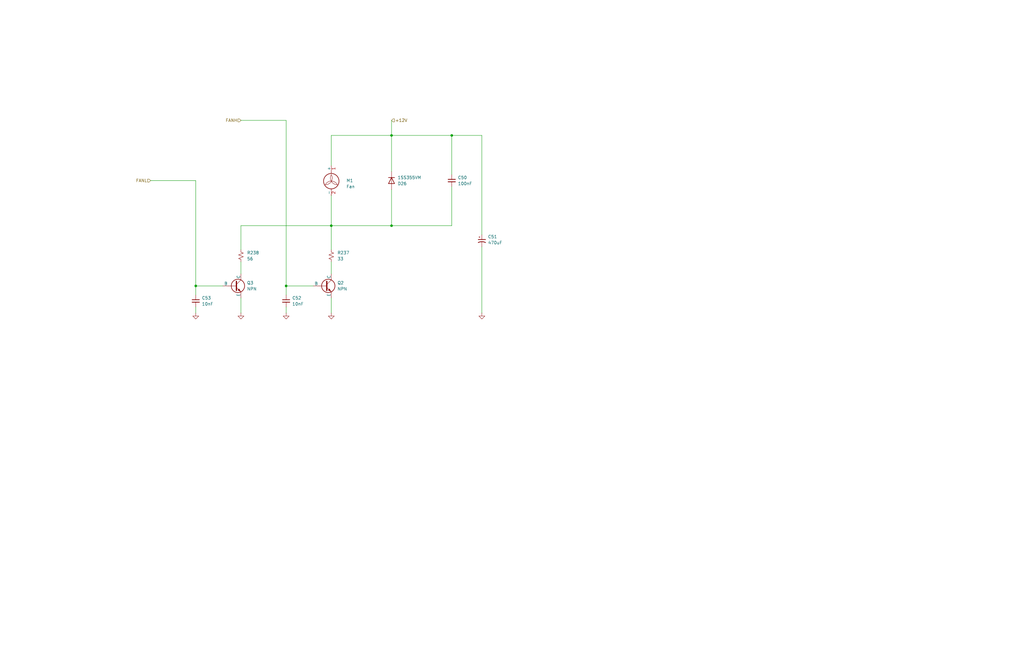
<source format=kicad_sch>
(kicad_sch (version 20250114) (generator "eeschema") (generator_version "9.0")
  (paper "B")
  (lib_symbols
    (symbol "Device:C_Polarized_Small_US" (pin_numbers (hide yes)) (pin_names (offset 0.254) (hide yes))
      (property "Reference" "C" (at 0.254 1.778 0))
      (property "Value" "C_Polarized_Small_US" (at 0.254 -2.032 0))
      (symbol "C_Polarized_Small_US_0_1"
        (polyline (pts (xy -1.524 0.508) (xy 1.524 0.508)) (stroke (width 0.3048)))
        (polyline (pts (xy -1.27 1.524) (xy -0.762 1.524)))
        (polyline (pts (xy -1.016 1.27) (xy -1.016 1.778)))
        (arc (start -1.524 -0.762) (mid 0 -0.3734) (end 1.524 -0.762) (stroke (width 0.3048)))
      )
      (symbol "C_Polarized_Small_US_1_1"
        (pin passive line (at 0 2.54 270) (length 2.032) (name "~") (number "1"))
        (pin passive line (at 0 -2.54 90) (length 2.032) (name "~") (number "2"))
      )
    )
    (symbol "Device:C_Small" (pin_numbers (hide yes)) (pin_names (offset 0.254) (hide yes))
      (property "Reference" "C" (at 0.254 1.778 0))
      (property "Value" "C_Small" (at 0.254 -2.032 0))
      (symbol "C_Small_0_1"
        (polyline (pts (xy -1.524 0.508) (xy 1.524 0.508)) (stroke (width 0.3048)))
        (polyline (pts (xy -1.524 -0.508) (xy 1.524 -0.508)) (stroke (width 0.3302)))
      )
      (symbol "C_Small_1_1"
        (pin passive line (at 0 2.54 270) (length 2.032) (name "~") (number "1"))
        (pin passive line (at 0 -2.54 90) (length 2.032) (name "~") (number "2"))
      )
    )
    (symbol "Device:R_Small_US" (pin_numbers (hide yes)) (pin_names (offset 0.254) (hide yes))
      (property "Reference" "R" (at 0.762 0.508 0))
      (property "Value" "R_Small_US" (at 0.762 -1.016 0))
      (symbol "R_Small_US_1_1"
        (polyline (pts (xy 0 1.524) (xy 1.016 1.143) (xy 0 0.762) (xy -1.016 0.381) (xy 0 0)))
        (polyline (pts (xy 0 0) (xy 1.016 -0.381) (xy 0 -0.762) (xy -1.016 -1.143) (xy 0 -1.524)))
        (pin passive line (at 0 2.54 270) (length 1.016) (name "~") (number "1"))
        (pin passive line (at 0 -2.54 90) (length 1.016) (name "~") (number "2"))
      )
    )
    (symbol "Diode:1SS355VM" (pin_numbers (hide yes)) (pin_names (hide yes))
      (property "Reference" "D" (at 0 2.54 0))
      (property "Value" "1SS355VM" (at 0 -2.54 0))
      (symbol "1SS355VM_0_1"
        (polyline (pts (xy -1.27 1.27) (xy -1.27 -1.27)) (stroke (width 0.254)))
        (polyline (pts (xy 1.27 1.27) (xy 1.27 -1.27) (xy -1.27 0) (xy 1.27 1.27)) (stroke (width 0.254)))
        (polyline (pts (xy 1.27 0) (xy -1.27 0)))
      )
      (symbol "1SS355VM_1_1"
        (pin passive line (at -3.81 0 0) (length 2.54) (name "K") (number "1"))
        (pin passive line (at 3.81 0 180) (length 2.54) (name "A") (number "2"))
      )
    )
    (symbol "Motor:Fan" (pin_names (offset 0))
      (property "Reference" "M" (at 2.54 5.08 0))
      (property "Value" "Fan" (at 2.54 -2.54 0))
      (symbol "Fan_0_1"
        (arc (start 0 3.81) (mid -0.0015 0.9048) (end -2.54 -0.508))
        (polyline (pts (xy 0 4.572) (xy 0 5.08)))
        (polyline (pts (xy 0 4.2672) (xy 0 4.6228)))
        (circle (center 0 1.016) (radius 3.2512) (stroke (width 0.254)))
        (arc (start -2.54 -0.508) (mid 0 1.0618) (end 2.54 -0.508))
        (polyline (pts (xy 0 -2.2352) (xy 0 -2.6416)))
        (polyline (pts (xy 0 -5.08) (xy 0 -4.572)))
        (arc (start 2.54 -0.508) (mid 0.047 0.9315) (end 0 3.81))
      )
      (symbol "Fan_1_1"
        (pin passive line (at 0 7.62 270) (length 2.54) (name "+") (number "1"))
        (pin passive line (at 0 -5.08 90) (length 2.54) (name "-") (number "2"))
      )
    )
    (symbol "Simulation_SPICE:NPN" (pin_numbers (hide yes)) (pin_names (offset 0))
      (property "Reference" "Q" (at -2.54 7.62 0))
      (property "Value" "NPN" (at -2.54 5.08 0))
      (symbol "NPN_0_1"
        (polyline (pts (xy -2.54 0) (xy 0.635 0)) (stroke (width 0.1524)))
        (polyline (pts (xy 0.635 1.905) (xy 0.635 -1.905) (xy 0.635 -1.905)) (stroke (width 0.508)))
        (polyline (pts (xy 0.635 0.635) (xy 2.54 2.54)))
        (polyline (pts (xy 0.635 -0.635) (xy 2.54 -2.54) (xy 2.54 -2.54)))
        (circle (center 1.27 0) (radius 2.8194) (stroke (width 0.254)))
        (polyline (pts (xy 1.27 -1.778) (xy 1.778 -1.27) (xy 2.286 -2.286) (xy 1.27 -1.778) (xy 1.27 -1.778)) (fill (type outline)))
        (polyline (pts (xy 2.794 -1.27) (xy 2.794 -1.27)) (stroke (width 0.1524)))
        (polyline (pts (xy 2.794 -1.27) (xy 2.794 -1.27)) (stroke (width 0.1524)))
      )
      (symbol "NPN_1_1"
        (pin input line (at -5.08 0 0) (length 2.54) (name "B") (number "2"))
        (pin open_collector line (at 2.54 5.08 270) (length 2.54) (name "C") (number "1"))
        (pin open_emitter line (at 2.54 -5.08 90) (length 2.54) (name "E") (number "3"))
      )
    )
    (symbol "power:GND" (power) (pin_numbers (hide yes)) (pin_names (offset 0) (hide yes))
      (property "Value" "GND" (at 0 -3.81 0))
      (symbol "GND_0_1"
        (polyline (pts (xy 0 0) (xy 0 -1.27) (xy 1.27 -1.27) (xy 0 -2.54) (xy -1.27 -1.27) (xy 0 -1.27)))
      )
      (symbol "GND_1_1"
        (pin power_in line (at 0 0 270) (length 0) (name "~") (number "1"))
      )
    )
  )
  (junction (at 120.65 120.65))
  (junction (at 165.1 57.15))
  (junction (at 82.55 120.65))
  (junction (at 165.1 95.25))
  (junction (at 139.7 95.25))
  (junction (at 190.5 57.15))
  (wire (pts (xy 190.5 78.74) (xy 190.5 95.25)))
  (wire (pts (xy 120.65 124.46) (xy 120.65 120.65)))
  (wire (pts (xy 120.65 50.8) (xy 101.6 50.8)))
  (wire (pts (xy 165.1 72.39) (xy 165.1 57.15)))
  (wire (pts (xy 139.7 57.15) (xy 139.7 69.85)))
  (wire (pts (xy 82.55 132.08) (xy 82.55 129.54)))
  (wire (pts (xy 120.65 120.65) (xy 120.65 50.8)))
  (wire (pts (xy 82.55 124.46) (xy 82.55 120.65)))
  (wire (pts (xy 165.1 57.15) (xy 139.7 57.15)))
  (wire (pts (xy 101.6 95.25) (xy 101.6 105.41)))
  (wire (pts (xy 165.1 50.8) (xy 165.1 57.15)))
  (wire (pts (xy 203.2 104.14) (xy 203.2 132.08)))
  (wire (pts (xy 139.7 95.25) (xy 139.7 105.41)))
  (wire (pts (xy 203.2 57.15) (xy 190.5 57.15)))
  (wire (pts (xy 139.7 82.55) (xy 139.7 95.25)))
  (wire (pts (xy 165.1 80.01) (xy 165.1 95.25)))
  (wire (pts (xy 82.55 76.2) (xy 63.5 76.2)))
  (wire (pts (xy 203.2 57.15) (xy 203.2 99.06)))
  (wire (pts (xy 101.6 110.49) (xy 101.6 115.57)))
  (wire (pts (xy 82.55 120.65) (xy 93.98 120.65)))
  (wire (pts (xy 120.65 132.08) (xy 120.65 129.54)))
  (wire (pts (xy 139.7 110.49) (xy 139.7 115.57)))
  (wire (pts (xy 190.5 95.25) (xy 165.1 95.25)))
  (wire (pts (xy 120.65 120.65) (xy 132.08 120.65)))
  (wire (pts (xy 101.6 132.08) (xy 101.6 125.73)))
  (wire (pts (xy 139.7 132.08) (xy 139.7 125.73)))
  (wire (pts (xy 190.5 73.66) (xy 190.5 57.15)))
  (wire (pts (xy 165.1 95.25) (xy 139.7 95.25)))
  (wire (pts (xy 101.6 95.25) (xy 139.7 95.25)))
  (wire (pts (xy 82.55 120.65) (xy 82.55 76.2)))
  (wire (pts (xy 190.5 57.15) (xy 165.1 57.15)))
  (hierarchical_label "FANL" (shape input) (at 63.5 76.2 180))
  (hierarchical_label "+12V" (shape input) (at 165.1 50.8 0))
  (hierarchical_label "FANH" (shape input) (at 101.6 50.8 180))
  (symbol (lib_id "Simulation_SPICE:NPN") (at 99.06 120.65 0) (unit 1)
    (property "Reference" "Q3" (at 104.14 119.3799 0) (effects (justify left)))
    (property "Value" "NPN" (at 104.14 121.9199 0) (effects (justify left)))
    (property "Datasheet" "https://ngspice.sourceforge.io/docs/ngspice-html-manual/manual.xhtml#cha_BJTs" (effects (hide yes)))
    (property "Description" "Bipolar transistor symbol for simulation only, substrate tied to the emitter" (effects (hide yes)))
    (property "Sim.Device" "NPN" (effects (hide yes)))
    (property "Sim.Type" "GUMMELPOON" (effects (hide yes)))
    (property "Sim.Pins" "1=C 2=B 3=E" (effects (hide yes)))
  )
  (symbol (lib_id "power:GND") (at 139.7 132.08 0) (mirror y) (unit 1)
    (property "Reference" "#PWR0146" (effects (hide yes)))
    (property "Value" "GND" (effects (hide yes)))
    (property "Description" "Power symbol creates a global label with name \"GND\" , ground" (effects (hide yes)))
  )
  (symbol (lib_id "Device:R_Small_US") (at 139.7 107.95 0) (unit 1)
    (property "Reference" "R237" (at 142.24 106.6799 0) (effects (justify left)))
    (property "Value" "33" (at 142.24 109.2199 0) (effects (justify left)))
    (property "Description" "Resistor, small US symbol" (effects (hide yes)))
  )
  (symbol (lib_id "Device:C_Small") (at 82.55 127 0) (unit 1)
    (property "Reference" "C53" (at 85.09 125.7362 0) (effects (justify left)))
    (property "Value" "10nF" (at 85.09 128.2762 0) (effects (justify left)))
    (property "Description" "Unpolarized capacitor, small symbol" (effects (hide yes)))
  )
  (symbol (lib_id "Device:C_Small") (at 190.5 76.2 0) (unit 1)
    (property "Reference" "C50" (at 193.04 74.9362 0) (effects (justify left)))
    (property "Value" "100nF" (at 193.04 77.4762 0) (effects (justify left)))
    (property "Description" "Unpolarized capacitor, small symbol" (effects (hide yes)))
  )
  (symbol (lib_id "power:GND") (at 120.65 132.08 0) (mirror y) (unit 1)
    (property "Reference" "#PWR0147" (effects (hide yes)))
    (property "Value" "GND" (effects (hide yes)))
    (property "Description" "Power symbol creates a global label with name \"GND\" , ground" (effects (hide yes)))
  )
  (symbol (lib_id "power:GND") (at 203.2 132.08 0) (mirror y) (unit 1)
    (property "Reference" "#PWR0150" (effects (hide yes)))
    (property "Value" "GND" (effects (hide yes)))
    (property "Description" "Power symbol creates a global label with name \"GND\" , ground" (effects (hide yes)))
  )
  (symbol (lib_id "Diode:1SS355VM") (at 165.1 76.2 90) (mirror x) (unit 1)
    (property "Reference" "D26" (at 167.64 77.4701 90) (effects (justify right)))
    (property "Value" "1SS355VM" (at 167.64 74.9301 90) (effects (justify right)))
    (property "Footprint" "Diode_SMD:D_SOD-323F" (effects (hide yes)))
    (property "Datasheet" "https://fscdn.rohm.com/en/products/databook/datasheet/discrete/diode/switching/1ss355vmte-17-e.pdf" (effects (hide yes)))
    (property "Description" "90V 0.1A high speed switching Diode, SOD-323F" (effects (hide yes)))
    (property "Sim.Device" "D" (effects (hide yes)))
    (property "Sim.Pins" "1=K 2=A" (effects (hide yes)))
  )
  (symbol (lib_id "power:GND") (at 101.6 132.08 0) (mirror y) (unit 1)
    (property "Reference" "#PWR0149" (effects (hide yes)))
    (property "Value" "GND" (effects (hide yes)))
    (property "Description" "Power symbol creates a global label with name \"GND\" , ground" (effects (hide yes)))
  )
  (symbol (lib_id "Device:C_Polarized_Small_US") (at 203.2 101.6 0) (unit 1)
    (property "Reference" "C51" (at 205.74 99.8981 0) (effects (justify left)))
    (property "Value" "470uF" (at 205.74 102.4381 0) (effects (justify left)))
    (property "Description" "Polarized capacitor, small US symbol" (effects (hide yes)))
  )
  (symbol (lib_id "power:GND") (at 82.55 132.08 0) (mirror y) (unit 1)
    (property "Reference" "#PWR0148" (effects (hide yes)))
    (property "Value" "GND" (effects (hide yes)))
    (property "Description" "Power symbol creates a global label with name \"GND\" , ground" (effects (hide yes)))
  )
  (symbol (lib_id "Device:R_Small_US") (at 101.6 107.95 0) (unit 1)
    (property "Reference" "R238" (at 104.14 106.6799 0) (effects (justify left)))
    (property "Value" "56" (at 104.14 109.2199 0) (effects (justify left)))
    (property "Description" "Resistor, small US symbol" (effects (hide yes)))
  )
  (symbol (lib_id "Simulation_SPICE:NPN") (at 137.16 120.65 0) (unit 1)
    (property "Reference" "Q2" (at 142.24 119.3799 0) (effects (justify left)))
    (property "Value" "NPN" (at 142.24 121.9199 0) (effects (justify left)))
    (property "Datasheet" "https://ngspice.sourceforge.io/docs/ngspice-html-manual/manual.xhtml#cha_BJTs" (effects (hide yes)))
    (property "Description" "Bipolar transistor symbol for simulation only, substrate tied to the emitter" (effects (hide yes)))
    (property "Sim.Device" "NPN" (effects (hide yes)))
    (property "Sim.Type" "GUMMELPOON" (effects (hide yes)))
    (property "Sim.Pins" "1=C 2=B 3=E" (effects (hide yes)))
  )
  (symbol (lib_id "Motor:Fan") (at 139.7 77.47 0) (unit 1)
    (property "Reference" "M1" (at 146.05 76.1999 0) (effects (justify left)))
    (property "Value" "Fan" (at 146.05 78.7399 0) (effects (justify left)))
    (property "Description" "Fan" (effects (hide yes)))
  )
  (symbol (lib_id "Device:C_Small") (at 120.65 127 0) (unit 1)
    (property "Reference" "C52" (at 123.19 125.7362 0) (effects (justify left)))
    (property "Value" "10nF" (at 123.19 128.2762 0) (effects (justify left)))
    (property "Description" "Unpolarized capacitor, small symbol" (effects (hide yes)))
  )
)
</source>
